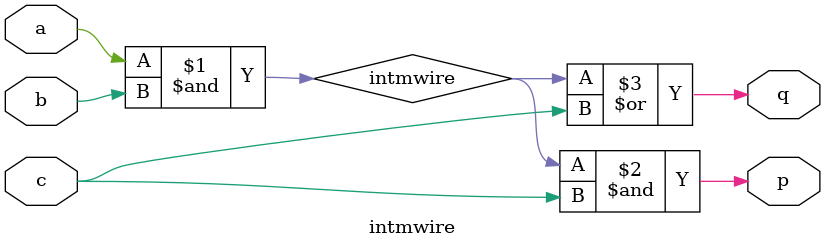
<source format=v>
module intmwire(
    input wire a,
    input wire b,
    input wire c,
    output wire p,
    output wire q

);

wire intmwire;//additional wire

assign intmwire =a & b;
assign p = intmwire & c ;
assign q = intmwire | c;

endmodule


</source>
